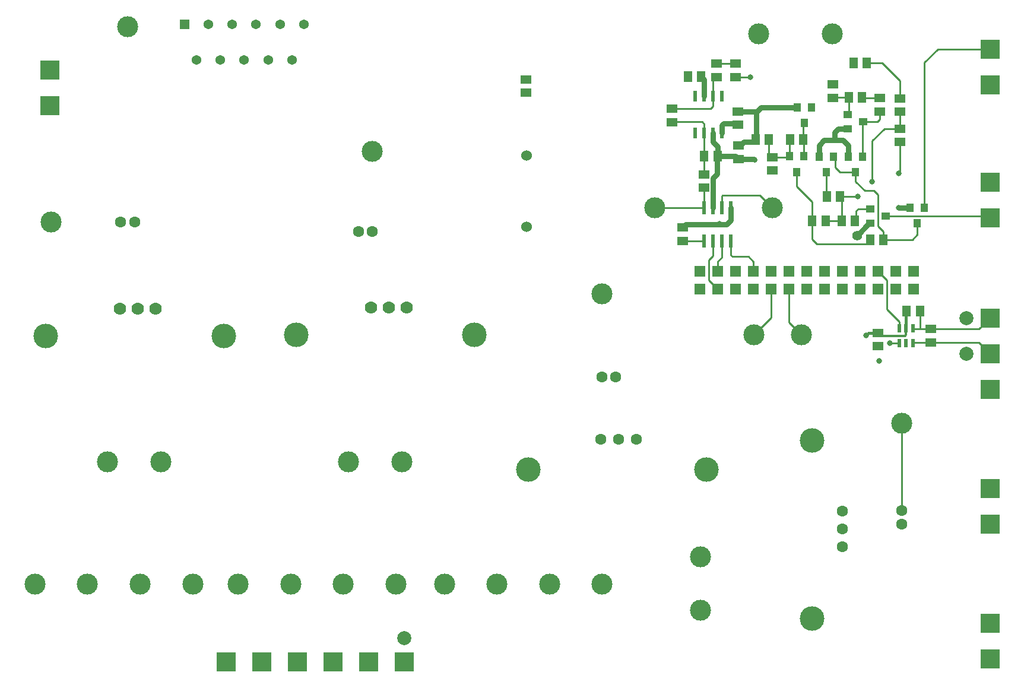
<source format=gbr>
%FSLAX23Y23*%
%MOIN*%
G04 EasyPC Gerber Version 17.0 Build 3379 *
%ADD155R,0.02000X0.04600*%
%ADD160R,0.02200X0.06300*%
%ADD156R,0.02200X0.07800*%
%ADD157R,0.04000X0.04800*%
%ADD87R,0.05100X0.06000*%
%ADD158R,0.05400X0.05400*%
%ADD154R,0.06000X0.06000*%
%ADD150R,0.11024X0.11024*%
%ADD97C,0.01000*%
%ADD163C,0.01181*%
%ADD162C,0.01575*%
%ADD95C,0.03150*%
%ADD81C,0.03200*%
%ADD159C,0.05400*%
%ADD85C,0.05600*%
%ADD161C,0.06000*%
%ADD153C,0.06299*%
%ADD83C,0.06300*%
%ADD152C,0.07000*%
%ADD151C,0.07874*%
%ADD94R,0.04800X0.04000*%
%ADD82C,0.11811*%
%ADD84C,0.13780*%
%ADD88R,0.06000X0.05100*%
X0Y0D02*
D02*
D81*
X4083Y2737D03*
X4255Y3563D03*
X4279Y3098D03*
X4287Y3366D03*
X4728Y3208D03*
X4858Y2893D03*
X4905Y2112D03*
X4940Y2976D03*
X4980Y1970D03*
X5039Y2067D03*
X5088Y3023D03*
X5090Y2830D03*
D02*
D82*
X238Y714D03*
X330Y2748D03*
X533Y714D03*
X645Y1401D03*
X759Y3846D03*
X828Y714D03*
X945Y1401D03*
X1124Y714D03*
X1379D03*
X1675D03*
X1970D03*
X2000Y1401D03*
X2133Y3145D03*
X2265Y714D03*
X2300Y1401D03*
X2537Y714D03*
X2832D03*
X3127D03*
X3421Y2346D03*
X3423Y714D03*
X3720Y2830D03*
X3976Y570D03*
Y870D03*
X4275Y2114D03*
X4303Y3805D03*
X4377Y2829D03*
X4543Y2114D03*
X4716Y3805D03*
X5106Y1617D03*
D02*
D83*
X3414Y1527D03*
X3514D03*
X3614D03*
X4771Y925D03*
Y1025D03*
Y1125D03*
D02*
D84*
X299Y2110D03*
X1299D03*
X1704Y2114D03*
X2704D03*
X3007Y1358D03*
X4007D03*
X4602Y523D03*
Y1523D03*
D02*
D85*
X4854Y2673D03*
D02*
D87*
X3904Y3566D03*
X3979D03*
X3996Y3117D03*
X4071D03*
X4285Y3212D03*
X4360D03*
X4478D03*
X4553D03*
X4602Y2754D03*
X4677D03*
X4684Y2892D03*
X4759D03*
X4767Y2754D03*
X4807Y3448D03*
X4835Y3643D03*
X4842Y2754D03*
X4882Y3448D03*
X4910Y3643D03*
X4927Y2649D03*
X5002D03*
X5133Y2248D03*
X5208D03*
D02*
D88*
X2996Y3474D03*
Y3549D03*
X3816Y3310D03*
Y3385D03*
X3876Y2643D03*
Y2718D03*
X3995Y2941D03*
Y3016D03*
X4064Y3562D03*
Y3637D03*
X4171Y3562D03*
Y3637D03*
X4186Y3294D03*
Y3369D03*
X4187Y3103D03*
Y3178D03*
X4377Y3037D03*
Y3112D03*
X4720Y3446D03*
Y3521D03*
X4973Y2051D03*
Y2126D03*
X4982Y3370D03*
Y3445D03*
X5094Y3198D03*
Y3273D03*
Y3368D03*
Y3443D03*
X5267Y2072D03*
Y2147D03*
D02*
D94*
X4801Y3271D03*
Y3351D03*
X4888Y3311D03*
X4927Y2742D03*
Y2822D03*
X5014Y2782D03*
D02*
D95*
X3876Y2718D02*
X3893Y2736D01*
X4097*
X3995Y3456D02*
Y3550D01*
X3979Y3566*
X4045Y3247D02*
Y3198D01*
X4071Y3172*
Y3117*
X4045Y2829D02*
Y2994D01*
X4070Y3019*
Y3117*
X4071Y3117*
X4173*
X4187Y3103*
X4095Y3247D02*
Y3292D01*
X4106Y3303*
X4177*
X4186Y3294*
X4097Y2736D02*
X4123D01*
X4146Y2759*
Y2828*
X4145Y2829*
X4186Y3369D02*
X4284D01*
X4287Y3366*
X4187Y3103D02*
X4274D01*
X4279Y3098*
X4187Y3178D02*
X4198D01*
X4220Y3200*
X4273*
X4285Y3212*
X4287Y3214*
Y3366*
X4517Y3393D02*
X4314D01*
X4287Y3366*
X4641Y3114D02*
Y3180D01*
X4669Y3208*
X4728*
X4775*
X4806Y3177*
Y3114*
X4801Y3271D02*
X4747D01*
X4728Y3252*
Y3208*
X4927Y2742D02*
X4923D01*
X4854Y2673*
X5129Y2244D02*
X5133Y2248D01*
X5152Y2830D02*
X5090D01*
X5090Y2830*
D02*
D97*
X3995Y3016D02*
Y3116D01*
X3996Y3117*
X3995Y3247D02*
Y3299D01*
X3984Y3311*
X3817*
X3816Y3310*
X3995Y3247D02*
Y3118D01*
X3996Y3117*
X3995Y2643D02*
X3876D01*
X3876Y2643*
X3995Y2829D02*
Y2941D01*
X3995Y2941*
X3995Y2829D02*
X3722D01*
X3720Y2830*
X4045Y3456D02*
Y3543D01*
X4064Y3562*
X4045Y3456D02*
Y3400D01*
X4031Y3385*
X3817*
X3816Y3385*
X4064Y3637D02*
X4170D01*
X4171Y3637*
X4073Y2372D02*
X4022Y2423D01*
Y2534*
X4045Y2557*
Y2643*
X4073Y2472D02*
Y2528D01*
X4095Y2550*
Y2643*
X4083Y2737D02*
X4096D01*
X4097Y2736*
X4095Y2829D02*
Y2895D01*
X4098Y2897*
X4309*
X4377Y2829*
X4145Y2643D02*
Y2563D01*
X4155Y2554*
X4244*
X4273Y2525*
Y2472*
X4171Y3562D02*
X4255D01*
X4255Y3563*
X4360Y3212D02*
Y3129D01*
X4377Y3112*
X4373Y2372D02*
Y2211D01*
X4275Y2114*
X4377Y3112D02*
X4470D01*
X4475Y3117*
X4473Y2372D02*
Y2184D01*
X4543Y2114*
X4475Y3117D02*
Y3210D01*
X4478Y3212*
X4515Y3030D02*
Y2948D01*
X4602Y2862*
Y2754*
X4553Y3212D02*
Y3302D01*
X4557Y3306*
X4555Y3117D02*
Y3210D01*
X4553Y3212*
X4602Y2754D02*
Y2653D01*
X4629Y2626*
X4927*
Y2649*
X4677Y2754D02*
X4767D01*
X4681Y3027D02*
Y2896D01*
X4684Y2892*
X4759D02*
X4857D01*
X4858Y2893*
X4767Y2754D02*
Y2885D01*
X4759Y2892*
X4807Y3448D02*
X4722D01*
X4720Y3446*
X4807Y3448D02*
Y3356D01*
X4801Y3351*
X4846Y3027D02*
X4759D01*
X4732Y3055*
Y3103*
X4721Y3114*
X4846Y3027D02*
Y2976D01*
X4897Y2925*
X4948*
X4972Y2901*
Y2724*
X5002Y2694*
Y2649*
X4886Y3114D02*
Y3309D01*
X4888Y3311*
X4968*
X4982Y3324*
Y3370*
X4927Y2822D02*
X4861D01*
X4850Y2811*
Y2762*
X4842Y2754*
X4940Y2976D02*
Y3204D01*
X5009Y3273*
X5094*
X4982Y3445D02*
X4885D01*
X4882Y3448*
X5002Y2649D02*
X5165D01*
X5192Y2677*
Y2743*
X5014Y2782D02*
X5591D01*
X5601Y2772*
X5092Y2068D02*
X5039D01*
X5039Y2067*
X5092Y2152D02*
Y2190D01*
X5022Y2259*
Y2423*
X4973Y2472*
X5094Y3198D02*
Y3029D01*
X5088Y3023*
X5094Y3368D02*
Y3273D01*
Y3443D02*
Y3543D01*
X4994Y3643*
X4910*
X5106Y1617D02*
Y1131D01*
X5104Y1129*
X5167Y2152D02*
X5171Y2147D01*
X5229*
X5208D02*
X5171D01*
X5167Y2152*
X5208Y2248D02*
Y2147D01*
X5208Y2147*
X5229D02*
X5208D01*
X5232Y2830D02*
Y3646D01*
X5307Y3720*
X5602*
X5267Y2072D02*
X5171D01*
X5167Y2068*
X5267Y2072D02*
X5537D01*
X5601Y2008*
X5267Y2147D02*
X5229D01*
X5267D02*
X5540D01*
X5601Y2208*
D02*
D150*
X322Y3402D03*
Y3602D03*
X1311Y279D03*
X1511D03*
X1711D03*
X1911D03*
X2111D03*
X2311D03*
X5601Y1052D03*
Y1252D03*
Y1808D03*
Y2008D03*
Y2208D03*
Y2772D03*
Y2972D03*
X5602Y296D03*
Y496D03*
Y3520D03*
Y3720D03*
D02*
D151*
X2311Y411D03*
X5469Y2008D03*
X5469Y2208D03*
D02*
D152*
X715Y2263D03*
X814D03*
X914D03*
X2124Y2267D03*
X2224D03*
X2324D03*
D02*
D153*
X720Y2750D03*
X799D03*
X2055Y2696D03*
X2133D03*
X3421Y1878D03*
X3500D03*
X5104Y1051D03*
Y1129D03*
D02*
D154*
X3973Y2372D03*
Y2472D03*
X4073Y2372D03*
Y2472D03*
X4173Y2372D03*
Y2472D03*
X4273Y2372D03*
Y2472D03*
X4373Y2372D03*
Y2472D03*
X4473Y2372D03*
Y2472D03*
X4573Y2372D03*
Y2472D03*
X4673Y2372D03*
Y2472D03*
X4773Y2372D03*
Y2472D03*
X4873Y2372D03*
Y2472D03*
X4973Y2372D03*
Y2472D03*
X5073Y2372D03*
Y2472D03*
X5173Y2372D03*
Y2472D03*
D02*
D155*
X5092Y2068D03*
Y2152D03*
X5129Y2068D03*
Y2152D03*
X5167Y2068D03*
Y2152D03*
D02*
D156*
X3995Y2643D03*
Y2829D03*
X4045Y2643D03*
Y2829D03*
X4095Y2643D03*
Y2829D03*
X4145Y2643D03*
Y2829D03*
D02*
D157*
X4475Y3117D03*
X4515Y3030D03*
X4517Y3393D03*
X4555Y3117D03*
X4557Y3306D03*
X4597Y3393D03*
X4641Y3114D03*
X4681Y3027D03*
X4721Y3114D03*
X4806D03*
X4846Y3027D03*
X4886Y3114D03*
X5152Y2830D03*
X5192Y2743D03*
X5232Y2830D03*
D02*
D158*
X1078Y3859D03*
D02*
D159*
X1145Y3659D03*
X1212Y3859D03*
X1279Y3659D03*
X1346Y3859D03*
X1413Y3659D03*
X1480Y3859D03*
X1547Y3659D03*
X1614Y3859D03*
X1681Y3659D03*
X1748Y3859D03*
D02*
D160*
X3945Y3247D03*
Y3456D03*
X3995Y3247D03*
Y3456D03*
X4045Y3247D03*
Y3456D03*
X4095Y3247D03*
Y3456D03*
D02*
D161*
X2997Y2723D03*
Y3123D03*
D02*
D162*
X4973Y2126D02*
X4919D01*
X4905Y2112*
X5129Y2152D02*
Y2244D01*
D02*
D163*
Y2152D02*
Y2116D01*
X5124Y2110*
X4989*
X4973Y2126*
X0Y0D02*
M02*

</source>
